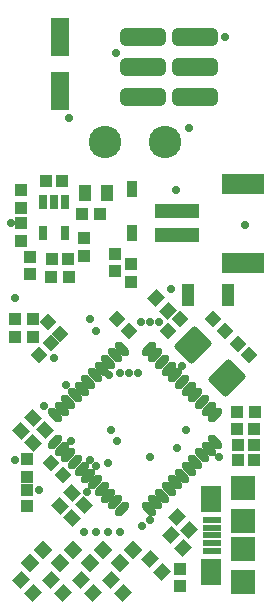
<source format=gts>
G04 Layer_Color=8388736*
%FSLAX25Y25*%
%MOIN*%
G70*
G01*
G75*
%ADD48R,0.04343X0.03950*%
%ADD49R,0.03950X0.04343*%
G04:AMPARAMS|DCode=50|XSize=86.74mil|YSize=102.49mil|CornerRadius=11.87mil|HoleSize=0mil|Usage=FLASHONLY|Rotation=315.000|XOffset=0mil|YOffset=0mil|HoleType=Round|Shape=RoundedRectangle|*
%AMROUNDEDRECTD50*
21,1,0.08674,0.07874,0,0,315.0*
21,1,0.06299,0.10249,0,0,315.0*
1,1,0.02375,-0.00557,-0.05011*
1,1,0.02375,-0.05011,-0.00557*
1,1,0.02375,0.00557,0.05011*
1,1,0.02375,0.05011,0.00557*
%
%ADD50ROUNDEDRECTD50*%
%ADD51R,0.02965X0.04934*%
G04:AMPARAMS|DCode=52|XSize=29.65mil|YSize=59.18mil|CornerRadius=0mil|HoleSize=0mil|Usage=FLASHONLY|Rotation=135.000|XOffset=0mil|YOffset=0mil|HoleType=Round|Shape=Round|*
%AMOVALD52*
21,1,0.02953,0.02965,0.00000,0.00000,225.0*
1,1,0.02965,0.01044,0.01044*
1,1,0.02965,-0.01044,-0.01044*
%
%ADD52OVALD52*%

G04:AMPARAMS|DCode=53|XSize=29.65mil|YSize=59.18mil|CornerRadius=0mil|HoleSize=0mil|Usage=FLASHONLY|Rotation=225.000|XOffset=0mil|YOffset=0mil|HoleType=Round|Shape=Round|*
%AMOVALD53*
21,1,0.02953,0.02965,0.00000,0.00000,315.0*
1,1,0.02965,-0.01044,0.01044*
1,1,0.02965,0.01044,-0.01044*
%
%ADD53OVALD53*%

%ADD54R,0.03950X0.07493*%
G04:AMPARAMS|DCode=55|XSize=43.43mil|YSize=39.5mil|CornerRadius=0mil|HoleSize=0mil|Usage=FLASHONLY|Rotation=225.000|XOffset=0mil|YOffset=0mil|HoleType=Round|Shape=Rectangle|*
%AMROTATEDRECTD55*
4,1,4,0.00139,0.02932,0.02932,0.00139,-0.00139,-0.02932,-0.02932,-0.00139,0.00139,0.02932,0.0*
%
%ADD55ROTATEDRECTD55*%

G04:AMPARAMS|DCode=56|XSize=43.43mil|YSize=39.5mil|CornerRadius=0mil|HoleSize=0mil|Usage=FLASHONLY|Rotation=135.000|XOffset=0mil|YOffset=0mil|HoleType=Round|Shape=Rectangle|*
%AMROTATEDRECTD56*
4,1,4,0.02932,-0.00139,0.00139,-0.02932,-0.02932,0.00139,-0.00139,0.02932,0.02932,-0.00139,0.0*
%
%ADD56ROTATEDRECTD56*%

G04:AMPARAMS|DCode=57|XSize=58mil|YSize=152.88mil|CornerRadius=16.5mil|HoleSize=0mil|Usage=FLASHONLY|Rotation=270.000|XOffset=0mil|YOffset=0mil|HoleType=Round|Shape=RoundedRectangle|*
%AMROUNDEDRECTD57*
21,1,0.05800,0.11988,0,0,270.0*
21,1,0.02500,0.15288,0,0,270.0*
1,1,0.03300,-0.05994,-0.01250*
1,1,0.03300,-0.05994,0.01250*
1,1,0.03300,0.05994,0.01250*
1,1,0.03300,0.05994,-0.01250*
%
%ADD57ROUNDEDRECTD57*%
%ADD58R,0.14186X0.06706*%
%ADD59R,0.14579X0.04737*%
%ADD60R,0.08280X0.08280*%
%ADD61R,0.08280X0.07887*%
%ADD62R,0.07099X0.09068*%
%ADD63R,0.06115X0.02375*%
%ADD64R,0.06312X0.12611*%
%ADD65R,0.03950X0.05721*%
G04:AMPARAMS|DCode=66|XSize=45.4mil|YSize=43.43mil|CornerRadius=0mil|HoleSize=0mil|Usage=FLASHONLY|Rotation=315.000|XOffset=0mil|YOffset=0mil|HoleType=Round|Shape=Rectangle|*
%AMROTATEDRECTD66*
4,1,4,-0.03141,0.00070,-0.00070,0.03141,0.03141,-0.00070,0.00070,-0.03141,-0.03141,0.00070,0.0*
%
%ADD66ROTATEDRECTD66*%

%ADD67R,0.03556X0.05524*%
G04:AMPARAMS|DCode=68|XSize=41.47mil|YSize=39.5mil|CornerRadius=0mil|HoleSize=0mil|Usage=FLASHONLY|Rotation=135.000|XOffset=0mil|YOffset=0mil|HoleType=Round|Shape=Rectangle|*
%AMROTATEDRECTD68*
4,1,4,0.02862,-0.00070,0.00070,-0.02862,-0.02862,0.00070,-0.00070,0.02862,0.02862,-0.00070,0.0*
%
%ADD68ROTATEDRECTD68*%

%ADD69R,0.03950X0.04147*%
G04:AMPARAMS|DCode=70|XSize=41.47mil|YSize=39.5mil|CornerRadius=0mil|HoleSize=0mil|Usage=FLASHONLY|Rotation=225.000|XOffset=0mil|YOffset=0mil|HoleType=Round|Shape=Rectangle|*
%AMROTATEDRECTD70*
4,1,4,0.00070,0.02862,0.02862,0.00070,-0.00070,-0.02862,-0.02862,-0.00070,0.00070,0.02862,0.0*
%
%ADD70ROTATEDRECTD70*%

%ADD71R,0.04147X0.03950*%
%ADD72C,0.10800*%
%ADD73C,0.02800*%
D48*
X143700Y208547D02*
D03*
Y214453D02*
D03*
X138400Y217853D02*
D03*
Y211947D02*
D03*
X108872Y143426D02*
D03*
Y149332D02*
D03*
X107000Y227953D02*
D03*
Y222047D02*
D03*
Y238953D02*
D03*
Y233047D02*
D03*
X128000Y217047D02*
D03*
Y222953D02*
D03*
D49*
X133253Y231100D02*
D03*
X127347D02*
D03*
X184778Y159500D02*
D03*
X178872D02*
D03*
X184953Y165000D02*
D03*
X179047D02*
D03*
X110953Y190000D02*
D03*
X105047D02*
D03*
X110953Y196000D02*
D03*
X105047D02*
D03*
X122953Y210000D02*
D03*
X117047D02*
D03*
D50*
X164432Y187568D02*
D03*
X175568Y176432D02*
D03*
D51*
X121740Y224783D02*
D03*
X114260D02*
D03*
Y235216D02*
D03*
X118000D02*
D03*
X121740D02*
D03*
D52*
X140546Y132775D02*
D03*
X138319Y135002D02*
D03*
X136092Y137229D02*
D03*
X133864Y139456D02*
D03*
X131637Y141683D02*
D03*
X129410Y143910D02*
D03*
X127183Y146137D02*
D03*
X124956Y148364D02*
D03*
X122729Y150592D02*
D03*
X120502Y152819D02*
D03*
X118275Y155046D02*
D03*
X149454Y186225D02*
D03*
X151681Y183998D02*
D03*
X153908Y181771D02*
D03*
X156135Y179544D02*
D03*
X158363Y177317D02*
D03*
X160590Y175090D02*
D03*
X162817Y172863D02*
D03*
X165044Y170635D02*
D03*
X167271Y168408D02*
D03*
X169498Y166181D02*
D03*
X171725Y163954D02*
D03*
D53*
X118275Y163954D02*
D03*
X120502Y166181D02*
D03*
X122729Y168408D02*
D03*
X124956Y170635D02*
D03*
X127183Y172863D02*
D03*
X129410Y175090D02*
D03*
X131637Y177317D02*
D03*
X133864Y179544D02*
D03*
X136092Y181771D02*
D03*
X138319Y183998D02*
D03*
X140546Y186225D02*
D03*
X171725Y155046D02*
D03*
X169498Y152819D02*
D03*
X167271Y150592D02*
D03*
X165044Y148364D02*
D03*
X162817Y146137D02*
D03*
X160590Y143910D02*
D03*
X158363Y141683D02*
D03*
X156135Y139456D02*
D03*
X153908Y137229D02*
D03*
X151681Y135002D02*
D03*
X149454Y132775D02*
D03*
D54*
X176000Y204000D02*
D03*
X162614D02*
D03*
D55*
X136912Y109088D02*
D03*
X141088Y104912D02*
D03*
X126912Y109088D02*
D03*
X131088Y104912D02*
D03*
X116912Y109088D02*
D03*
X121088Y104912D02*
D03*
X106912Y109088D02*
D03*
X111088Y104912D02*
D03*
X149912Y116088D02*
D03*
X154088Y111912D02*
D03*
X156088Y198912D02*
D03*
X151912Y203088D02*
D03*
X163088Y125912D02*
D03*
X158912Y130088D02*
D03*
X161088Y119912D02*
D03*
X156912Y124088D02*
D03*
D56*
X111088Y163088D02*
D03*
X106912Y158912D02*
D03*
X110912Y154912D02*
D03*
X115088Y159088D02*
D03*
X128088Y134088D02*
D03*
X123912Y129912D02*
D03*
X119912Y133912D02*
D03*
X124088Y138088D02*
D03*
D57*
X147520Y290000D02*
D03*
Y280000D02*
D03*
Y270000D02*
D03*
X165000D02*
D03*
Y280000D02*
D03*
Y290000D02*
D03*
D58*
X180961Y214811D02*
D03*
Y241189D02*
D03*
D59*
X159110Y231937D02*
D03*
Y224063D02*
D03*
D60*
X181000Y128724D02*
D03*
Y119276D02*
D03*
D61*
Y139748D02*
D03*
Y108252D02*
D03*
D62*
X170370Y136205D02*
D03*
Y111795D02*
D03*
D63*
X170468Y118882D02*
D03*
Y121441D02*
D03*
Y129118D02*
D03*
Y126559D02*
D03*
X170468Y124000D02*
D03*
D64*
X120000Y290000D02*
D03*
Y272000D02*
D03*
D65*
X135740Y238000D02*
D03*
X128260D02*
D03*
D66*
X139842Y114842D02*
D03*
X144158Y119158D02*
D03*
X129842Y114842D02*
D03*
X134158Y119158D02*
D03*
X119843Y114842D02*
D03*
X124158Y119158D02*
D03*
X109843Y114842D02*
D03*
X114157Y119158D02*
D03*
D67*
X144000Y239283D02*
D03*
Y224716D02*
D03*
D68*
X159949Y195949D02*
D03*
X156051Y192051D02*
D03*
X113051Y184051D02*
D03*
X116949Y187949D02*
D03*
D69*
X184756Y154000D02*
D03*
X179244D02*
D03*
X179244Y149000D02*
D03*
X184756D02*
D03*
X122756Y216000D02*
D03*
X117244D02*
D03*
X120756Y242000D02*
D03*
X115244D02*
D03*
D70*
X119949Y191051D02*
D03*
X116051Y194949D02*
D03*
X170951Y195949D02*
D03*
X174849Y192051D02*
D03*
X183049Y183951D02*
D03*
X179151Y187849D02*
D03*
X120949Y144051D02*
D03*
X117051Y147949D02*
D03*
X142949Y192051D02*
D03*
X139051Y195949D02*
D03*
D71*
X108872Y133623D02*
D03*
Y139135D02*
D03*
X160000Y107244D02*
D03*
Y112756D02*
D03*
X110000Y211244D02*
D03*
Y216756D02*
D03*
D72*
X135000Y255000D02*
D03*
X155000D02*
D03*
D73*
X138500Y284900D02*
D03*
X163000Y259800D02*
D03*
X175100Y290100D02*
D03*
X150000Y129000D02*
D03*
X123500Y155500D02*
D03*
X173000Y150000D02*
D03*
X140000Y125000D02*
D03*
X136000D02*
D03*
X132000D02*
D03*
X128000D02*
D03*
X118000Y183000D02*
D03*
X160624Y180507D02*
D03*
X132000Y192000D02*
D03*
X105000Y203000D02*
D03*
X113000Y139047D02*
D03*
X123000Y263000D02*
D03*
X130000Y149000D02*
D03*
X132000Y147000D02*
D03*
X159114Y153000D02*
D03*
X162000Y159000D02*
D03*
X140000Y178000D02*
D03*
X153000Y195000D02*
D03*
X147000D02*
D03*
X146000Y178000D02*
D03*
X143000D02*
D03*
X150000Y195000D02*
D03*
X136000Y148000D02*
D03*
X122000Y174000D02*
D03*
X105000Y149000D02*
D03*
X103500Y228000D02*
D03*
X136181Y177376D02*
D03*
X137000Y159000D02*
D03*
X129000Y138500D02*
D03*
X130000Y196000D02*
D03*
X157000Y206000D02*
D03*
X158500Y239000D02*
D03*
X147384Y127220D02*
D03*
X150000Y150000D02*
D03*
X139000Y155500D02*
D03*
X181500Y227500D02*
D03*
X114500Y167000D02*
D03*
M02*

</source>
